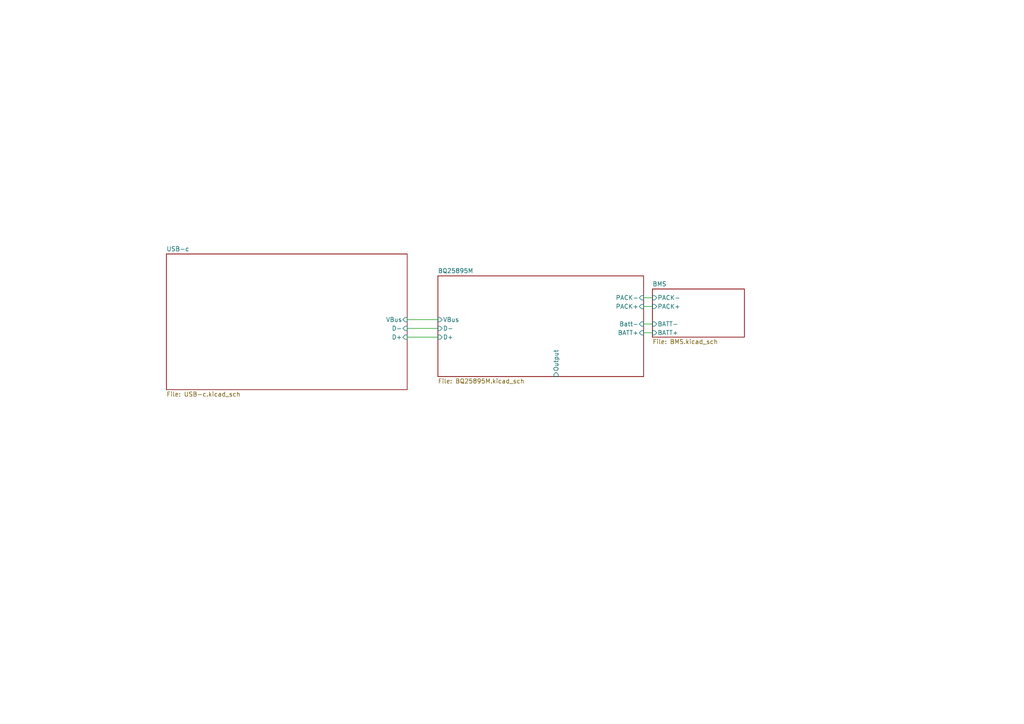
<source format=kicad_sch>
(kicad_sch
	(version 20250114)
	(generator "eeschema")
	(generator_version "9.0")
	(uuid "3c1b30d6-d4e4-4579-9023-d07a7c247741")
	(paper "A4")
	(lib_symbols)
	(wire
		(pts
			(xy 118.11 95.25) (xy 127 95.25)
		)
		(stroke
			(width 0)
			(type default)
		)
		(uuid "15ffb395-8f21-464b-8dcf-44875ea985f6")
	)
	(wire
		(pts
			(xy 118.11 97.79) (xy 127 97.79)
		)
		(stroke
			(width 0)
			(type default)
		)
		(uuid "3212d895-df2a-4fca-9e20-9f65d18632fe")
	)
	(wire
		(pts
			(xy 186.69 88.9) (xy 189.23 88.9)
		)
		(stroke
			(width 0)
			(type default)
		)
		(uuid "3dd63e1d-2e21-460f-a68b-ac202fad707a")
	)
	(wire
		(pts
			(xy 118.11 92.71) (xy 127 92.71)
		)
		(stroke
			(width 0)
			(type default)
		)
		(uuid "3e894d62-ec3d-4881-be5d-9af459e5affd")
	)
	(wire
		(pts
			(xy 186.69 96.52) (xy 189.23 96.52)
		)
		(stroke
			(width 0)
			(type default)
		)
		(uuid "7eb3e9d2-c70c-4711-b07b-3d3b3c07e1cb")
	)
	(wire
		(pts
			(xy 186.69 93.98) (xy 189.23 93.98)
		)
		(stroke
			(width 0)
			(type default)
		)
		(uuid "928b2dd9-3d94-4d32-a609-53c84517487c")
	)
	(wire
		(pts
			(xy 186.69 86.36) (xy 189.23 86.36)
		)
		(stroke
			(width 0)
			(type default)
		)
		(uuid "e132afb9-fde3-45f4-86ff-12d639189d8e")
	)
	(sheet
		(at 48.26 73.66)
		(size 69.85 39.37)
		(exclude_from_sim no)
		(in_bom yes)
		(on_board yes)
		(dnp no)
		(fields_autoplaced yes)
		(stroke
			(width 0.1524)
			(type solid)
		)
		(fill
			(color 0 0 0 0.0000)
		)
		(uuid "3056aafc-9894-4b38-9430-168955479e1d")
		(property "Sheetname" "USB-c"
			(at 48.26 72.9484 0)
			(effects
				(font
					(size 1.27 1.27)
				)
				(justify left bottom)
			)
		)
		(property "Sheetfile" "USB-c.kicad_sch"
			(at 48.26 113.6146 0)
			(effects
				(font
					(size 1.27 1.27)
				)
				(justify left top)
			)
		)
		(pin "D+" input
			(at 118.11 97.79 0)
			(uuid "5e2bc345-a706-4343-8356-d7e4ebee3616")
			(effects
				(font
					(size 1.27 1.27)
				)
				(justify right)
			)
		)
		(pin "D-" input
			(at 118.11 95.25 0)
			(uuid "31b18e08-a20b-4cba-93ef-729b5c51f851")
			(effects
				(font
					(size 1.27 1.27)
				)
				(justify right)
			)
		)
		(pin "VBus" input
			(at 118.11 92.71 0)
			(uuid "7b667388-3d35-4bec-9b20-d6e97f6578fe")
			(effects
				(font
					(size 1.27 1.27)
				)
				(justify right)
			)
		)
		(instances
			(project "RechargeBatteryV3"
				(path "/3c1b30d6-d4e4-4579-9023-d07a7c247741"
					(page "2")
				)
			)
		)
	)
	(sheet
		(at 127 80.01)
		(size 59.69 29.21)
		(exclude_from_sim no)
		(in_bom yes)
		(on_board yes)
		(dnp no)
		(fields_autoplaced yes)
		(stroke
			(width 0.1524)
			(type solid)
		)
		(fill
			(color 0 0 0 0.0000)
		)
		(uuid "6d2ceaae-e433-47c2-aa74-7d6f31ba1d17")
		(property "Sheetname" "BQ25895M"
			(at 127 79.2984 0)
			(effects
				(font
					(size 1.27 1.27)
				)
				(justify left bottom)
			)
		)
		(property "Sheetfile" "BQ25895M.kicad_sch"
			(at 127 109.8046 0)
			(effects
				(font
					(size 1.27 1.27)
				)
				(justify left top)
			)
		)
		(pin "D+" input
			(at 127 97.79 180)
			(uuid "40a5b312-b874-4997-bcac-9f0b3a882996")
			(effects
				(font
					(size 1.27 1.27)
				)
				(justify left)
			)
		)
		(pin "D-" input
			(at 127 95.25 180)
			(uuid "f841843b-1ab2-42b3-9a38-6f2bbbbdf9d7")
			(effects
				(font
					(size 1.27 1.27)
				)
				(justify left)
			)
		)
		(pin "Output" input
			(at 161.29 109.22 270)
			(uuid "89aef73a-aa19-43bd-8c4d-bb95a974c124")
			(effects
				(font
					(size 1.27 1.27)
				)
				(justify left)
			)
		)
		(pin "VBus" input
			(at 127 92.71 180)
			(uuid "84749d59-eda7-4c26-b6d5-f62341004a9a")
			(effects
				(font
					(size 1.27 1.27)
				)
				(justify left)
			)
		)
		(pin "BATT+" input
			(at 186.69 96.52 0)
			(uuid "1594391b-f881-4b5e-a22b-580f9ccf57f5")
			(effects
				(font
					(size 1.27 1.27)
				)
				(justify right)
			)
		)
		(pin "Batt-" input
			(at 186.69 93.98 0)
			(uuid "7744f239-6aff-44e5-b25f-d99c51b4c2a7")
			(effects
				(font
					(size 1.27 1.27)
				)
				(justify right)
			)
		)
		(pin "PACK+" input
			(at 186.69 88.9 0)
			(uuid "1631e879-df0a-4431-ab3f-6c19e032e1f2")
			(effects
				(font
					(size 1.27 1.27)
				)
				(justify right)
			)
		)
		(pin "PACK-" input
			(at 186.69 86.36 0)
			(uuid "58db61f5-9a73-4116-9c98-403f02e592cc")
			(effects
				(font
					(size 1.27 1.27)
				)
				(justify right)
			)
		)
		(instances
			(project "RechargeBatteryV3"
				(path "/3c1b30d6-d4e4-4579-9023-d07a7c247741"
					(page "3")
				)
			)
		)
	)
	(sheet
		(at 189.23 83.82)
		(size 26.67 13.97)
		(exclude_from_sim no)
		(in_bom yes)
		(on_board yes)
		(dnp no)
		(fields_autoplaced yes)
		(stroke
			(width 0.1524)
			(type solid)
		)
		(fill
			(color 0 0 0 0.0000)
		)
		(uuid "a5d5ba0d-ded4-4f80-b4d0-9a586439909d")
		(property "Sheetname" "BMS"
			(at 189.23 83.1084 0)
			(effects
				(font
					(size 1.27 1.27)
				)
				(justify left bottom)
			)
		)
		(property "Sheetfile" "BMS.kicad_sch"
			(at 189.23 98.3746 0)
			(effects
				(font
					(size 1.27 1.27)
				)
				(justify left top)
			)
		)
		(pin "BATT+" input
			(at 189.23 96.52 180)
			(uuid "20bab9ff-b3ba-45fc-bf42-ba6a4fe7f340")
			(effects
				(font
					(size 1.27 1.27)
				)
				(justify left)
			)
		)
		(pin "BATT-" input
			(at 189.23 93.98 180)
			(uuid "b9e6309e-7987-44a8-a959-e1868b04fe65")
			(effects
				(font
					(size 1.27 1.27)
				)
				(justify left)
			)
		)
		(pin "PACK+" input
			(at 189.23 88.9 180)
			(uuid "beeb7cd6-79ca-4819-aa0a-654950ca6622")
			(effects
				(font
					(size 1.27 1.27)
				)
				(justify left)
			)
		)
		(pin "PACK-" input
			(at 189.23 86.36 180)
			(uuid "f10685db-3e98-4097-8ad8-24d18bd6c2c9")
			(effects
				(font
					(size 1.27 1.27)
				)
				(justify left)
			)
		)
		(instances
			(project "RechargeBatteryV3"
				(path "/3c1b30d6-d4e4-4579-9023-d07a7c247741"
					(page "4")
				)
			)
		)
	)
	(sheet_instances
		(path "/"
			(page "1")
		)
	)
	(embedded_fonts no)
)

</source>
